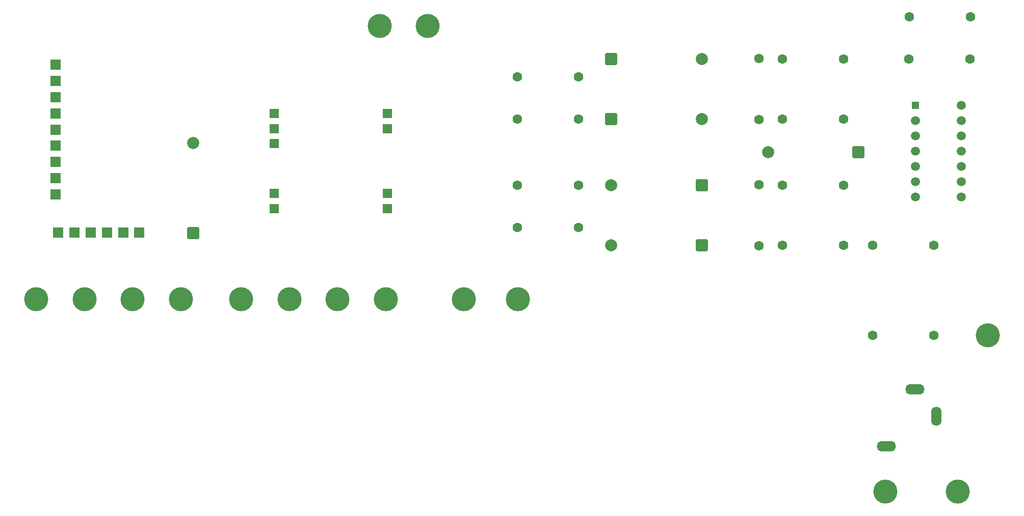
<source format=gbr>
%TF.GenerationSoftware,KiCad,Pcbnew,9.0.2*%
%TF.CreationDate,2025-06-04T20:07:25-03:00*%
%TF.ProjectId,projetoReduzido,70726f6a-6574-46f5-9265-64757a69646f,rev?*%
%TF.SameCoordinates,Original*%
%TF.FileFunction,Soldermask,Bot*%
%TF.FilePolarity,Negative*%
%FSLAX46Y46*%
G04 Gerber Fmt 4.6, Leading zero omitted, Abs format (unit mm)*
G04 Created by KiCad (PCBNEW 9.0.2) date 2025-06-04 20:07:25*
%MOMM*%
%LPD*%
G01*
G04 APERTURE LIST*
G04 Aperture macros list*
%AMRoundRect*
0 Rectangle with rounded corners*
0 $1 Rounding radius*
0 $2 $3 $4 $5 $6 $7 $8 $9 X,Y pos of 4 corners*
0 Add a 4 corners polygon primitive as box body*
4,1,4,$2,$3,$4,$5,$6,$7,$8,$9,$2,$3,0*
0 Add four circle primitives for the rounded corners*
1,1,$1+$1,$2,$3*
1,1,$1+$1,$4,$5*
1,1,$1+$1,$6,$7*
1,1,$1+$1,$8,$9*
0 Add four rect primitives between the rounded corners*
20,1,$1+$1,$2,$3,$4,$5,0*
20,1,$1+$1,$4,$5,$6,$7,0*
20,1,$1+$1,$6,$7,$8,$9,0*
20,1,$1+$1,$8,$9,$2,$3,0*%
G04 Aperture macros list end*
%ADD10R,1.295400X1.295400*%
%ADD11C,1.500000*%
%ADD12C,4.000000*%
%ADD13O,1.712000X3.220000*%
%ADD14O,3.220000X1.712000*%
%ADD15C,1.600000*%
%ADD16RoundRect,0.250000X-0.750000X-0.750000X0.750000X-0.750000X0.750000X0.750000X-0.750000X0.750000X0*%
%ADD17C,2.000000*%
%ADD18RoundRect,0.250000X0.750000X0.750000X-0.750000X0.750000X-0.750000X-0.750000X0.750000X-0.750000X0*%
%ADD19RoundRect,0.250000X0.750000X-0.750000X0.750000X0.750000X-0.750000X0.750000X-0.750000X-0.750000X0*%
%ADD20R,1.500000X1.500000*%
%ADD21R,1.700000X1.700000*%
G04 APERTURE END LIST*
D10*
%TO.C,U1*%
X262000000Y-35760000D03*
D11*
X262000000Y-38300000D03*
X262000000Y-40840000D03*
X262000000Y-43380000D03*
X262000000Y-45920000D03*
X262000000Y-48460000D03*
X262000000Y-51000000D03*
X269620000Y-51000000D03*
X269620000Y-48460000D03*
X269620000Y-45920000D03*
X269620000Y-43380000D03*
X269620000Y-40840000D03*
X269620000Y-38300000D03*
X269620000Y-35760000D03*
%TD*%
D12*
%TO.C,Left1*%
X274000000Y-74000000D03*
%TD*%
%TO.C,5V0*%
X150000000Y-68000000D03*
%TD*%
D13*
%TO.C,J2*%
X265450000Y-87442500D03*
D14*
X261950000Y-82942500D03*
X257150000Y-92442500D03*
%TD*%
D12*
%TO.C,GND1*%
X269000000Y-100000000D03*
%TD*%
D15*
%TO.C,R8*%
X254920000Y-59000000D03*
X265080000Y-59000000D03*
%TD*%
D12*
%TO.C,LOUT-1*%
X181000000Y-22500000D03*
%TD*%
%TO.C,LRCK2*%
X132000000Y-68000000D03*
%TD*%
D15*
%TO.C,L2*%
X206080000Y-31000000D03*
X195920000Y-31000000D03*
%TD*%
D16*
%TO.C,C1*%
X211500000Y-38000000D03*
D17*
X226500000Y-38000000D03*
%TD*%
D18*
%TO.C,C5*%
X252500000Y-43500000D03*
D17*
X237500000Y-43500000D03*
%TD*%
D15*
%TO.C,L4*%
X206080000Y-49000000D03*
X195920000Y-49000000D03*
%TD*%
%TO.C,R3*%
X239920000Y-28000000D03*
X250080000Y-28000000D03*
%TD*%
D19*
%TO.C,C6*%
X142000000Y-57000000D03*
D17*
X142000000Y-42000000D03*
%TD*%
D12*
%TO.C,ROUT+1*%
X196000000Y-68000000D03*
%TD*%
D15*
%TO.C,R1*%
X239920000Y-38000000D03*
X250080000Y-38000000D03*
%TD*%
%TO.C,R6*%
X260920000Y-28000000D03*
X271080000Y-28000000D03*
%TD*%
D16*
%TO.C,C2*%
X211500000Y-28000000D03*
D17*
X226500000Y-28000000D03*
%TD*%
D12*
%TO.C,Right1*%
X257000000Y-100000000D03*
%TD*%
D15*
%TO.C,R13*%
X236000000Y-27920000D03*
X236000000Y-38080000D03*
%TD*%
%TO.C,L1*%
X206080000Y-38000000D03*
X195920000Y-38000000D03*
%TD*%
D20*
%TO.C,U2*%
X174300000Y-39600000D03*
X174300000Y-37100000D03*
X174300000Y-52900000D03*
X174300000Y-50400000D03*
X155500000Y-37100000D03*
X155500000Y-39600000D03*
X155500000Y-42100000D03*
X155500000Y-50400000D03*
X155500000Y-52900000D03*
%TD*%
D18*
%TO.C,C4*%
X226500000Y-49000000D03*
D17*
X211500000Y-49000000D03*
%TD*%
D15*
%TO.C,R4*%
X254920000Y-74000000D03*
X265080000Y-74000000D03*
%TD*%
D18*
%TO.C,C3*%
X226500000Y-59000000D03*
D17*
X211500000Y-59000000D03*
%TD*%
D15*
%TO.C,L3*%
X206080000Y-56000000D03*
X195920000Y-56000000D03*
%TD*%
D21*
%TO.C,U4*%
X133100000Y-56850000D03*
X130400000Y-56850000D03*
X127700000Y-56850000D03*
X125000000Y-56850000D03*
X122300000Y-56850000D03*
X119600000Y-56850000D03*
X119200000Y-50550000D03*
X119200000Y-47850000D03*
X119200000Y-45150000D03*
X119200000Y-42450000D03*
X119200000Y-39750000D03*
X119200000Y-37050000D03*
X119200000Y-34350000D03*
X119200000Y-31650000D03*
X119200000Y-28950000D03*
%TD*%
D12*
%TO.C,LOUT+1*%
X173000000Y-22500000D03*
%TD*%
%TO.C,3V3*%
X140000000Y-68000000D03*
%TD*%
%TO.C,GND3*%
X158000000Y-68000000D03*
%TD*%
D15*
%TO.C,R2*%
X261000000Y-21000000D03*
X271160000Y-21000000D03*
%TD*%
D12*
%TO.C,DADOS2*%
X124000000Y-68000000D03*
%TD*%
%TO.C,ROUT-1*%
X187000000Y-68000000D03*
%TD*%
%TO.C,OUTR1*%
X166000000Y-68000000D03*
%TD*%
D15*
%TO.C,R7*%
X239920000Y-59000000D03*
X250080000Y-59000000D03*
%TD*%
D12*
%TO.C,BCK2*%
X116000000Y-68000000D03*
%TD*%
D15*
%TO.C,R5*%
X239920000Y-49000000D03*
X250080000Y-49000000D03*
%TD*%
%TO.C,R14*%
X236000000Y-48920000D03*
X236000000Y-59080000D03*
%TD*%
D12*
%TO.C,OUTL1*%
X174000000Y-68000000D03*
%TD*%
M02*

</source>
